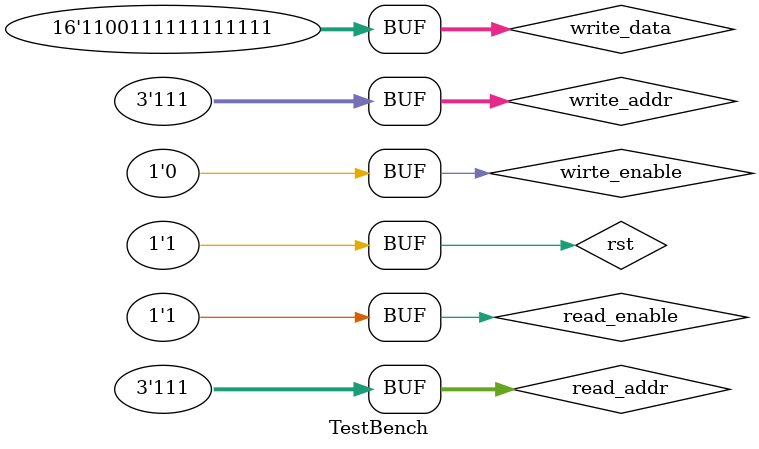
<source format=v>
`include"RegistersFile.v"
`include"Memoryfile.v"
module TestBench();
localparam  w = 16;
localparam  n = 8;
localparam  T = 200;
reg read_enable,wirte_enable,rst,clk;
reg [2:0] read_addr,write_addr;
wire [w-1:0] read_data,read_data_1;
reg [w-1:0] write_data;
MemoryRegisters #(w,n) RegistersTest (read_enable,wirte_enable,read_data,write_data,clk,rst,
read_addr,write_addr);
memoryArray #(n, w) ArrayTest(read_enable,wirte_enable,read_data_1,write_data,clk,rst,
read_addr,write_addr);
initial
begin
    $monitor("the data read_enable=%b  write_enable=%b  read_data=%b  write_data=%b  read_addr=%b write_addr=%b for Registers ",
    read_enable,wirte_enable,read_data,write_data,
    read_addr,write_addr);
    $monitor(" the data read_enable=%b  write_enable=%b  read_data=%b  write_data=%b  read_addr=%b write_addr=%b for Arrays ",
    read_enable,wirte_enable,read_data_1,write_data,
    read_addr,write_addr);
end

initial begin
    $display(" test 1 case write data in position 000");
    wirte_enable =1;
    read_enable =0;
    write_addr= 3'b000;
    write_data= 16'b0000111100001111;
    #T;

    $display(" test 2 case read data in position 000");
    read_enable =1;
    wirte_enable =0;
    read_addr= 3'b000;
    #T;
    #T;
    if(read_data==16'b0000111100001111 &&read_data_1==16'b0000111100001111 )
        $display("test case one and two success");
    $display(" test 3 case write data in position 011");
    wirte_enable =1;
    read_enable =0;
    write_addr= 3'b011;
    write_data= 16'b0000111111111111;
    #T;

    $display(" test 4 case read data in position 011");
    read_enable =1;
    wirte_enable =0;
    read_addr= 3'b011;
    #T;
    #T;
    if(read_data==16'b0000111111111111&&read_data_1==16'b0000111111111111)
        $display("test case 3 and 4 success");
    
    $display(" test 5 case write data in position 111");
    wirte_enable =1;
    read_enable =0;
    write_addr= 3'b111;
    write_data= 16'b0000111111111111;
    #T;

    $display(" test 6 case read data in position 111");
    read_enable =1;
    wirte_enable =0;
    read_addr= 3'b111;
    #T;
    #T;
    if(read_data==16'b0000111111111111&&read_data_1==16'b0000111111111111)
        $display("test case 5 and 6 success");

    $display(" test 7 case write data in position 111 and enable the write and read");
    wirte_enable =1;
    read_enable =1;
    write_addr= 3'b111;
    write_data= 16'b1100111111111111;
    #T;
    #T;
    $display(" test 8 case check the read data of test 7");
    read_enable =1;
    wirte_enable =0;
    read_addr= 3'b111;
    #T;
    #T;
    if(read_data==16'b1100111111111111&&read_data_1==16'b1100111111111111)
        $display("test case 8 success");
    $display(" test 9 case check the reset with the enables");
    rst=1;
    #50;
    read_enable =1;
    read_addr= 3'b111;
    #T;
    #T;
    if(read_data==16'b0000000000000000&&read_data_1==16'b0000000000000000)
        $display("test case 9 success");

end

endmodule

</source>
